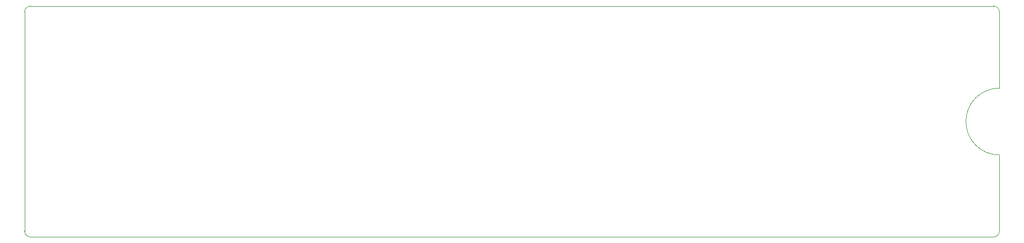
<source format=gm1>
G04 #@! TF.GenerationSoftware,KiCad,Pcbnew,(5.1.5)-3*
G04 #@! TF.CreationDate,2020-07-10T10:41:29+02:00*
G04 #@! TF.ProjectId,pcb_ruler,7063625f-7275-46c6-9572-2e6b69636164,rev?*
G04 #@! TF.SameCoordinates,Original*
G04 #@! TF.FileFunction,Profile,NP*
%FSLAX46Y46*%
G04 Gerber Fmt 4.6, Leading zero omitted, Abs format (unit mm)*
G04 Created by KiCad (PCBNEW (5.1.5)-3) date 2020-07-10 10:41:29*
%MOMM*%
%LPD*%
G04 APERTURE LIST*
%ADD10C,0.050000*%
G04 APERTURE END LIST*
D10*
X260000000Y-101000000D02*
X260000000Y-113500000D01*
X259000000Y-138000000D02*
X101000000Y-138000000D01*
X101000000Y-100000000D02*
X259000000Y-100000000D01*
X100000000Y-137000000D02*
X100000000Y-101000000D01*
X260000000Y-137000000D02*
X260000000Y-124500000D01*
X260000000Y-137000000D02*
G75*
G02X259000000Y-138000000I-1000000J0D01*
G01*
X101000000Y-138000000D02*
G75*
G02X100000000Y-137000000I0J1000000D01*
G01*
X100000000Y-101000000D02*
G75*
G02X101000000Y-100000000I1000000J0D01*
G01*
X259000000Y-100000000D02*
G75*
G02X260000000Y-101000000I0J-1000000D01*
G01*
X260000000Y-124500000D02*
G75*
G02X260000000Y-113500000I0J5500000D01*
G01*
M02*

</source>
